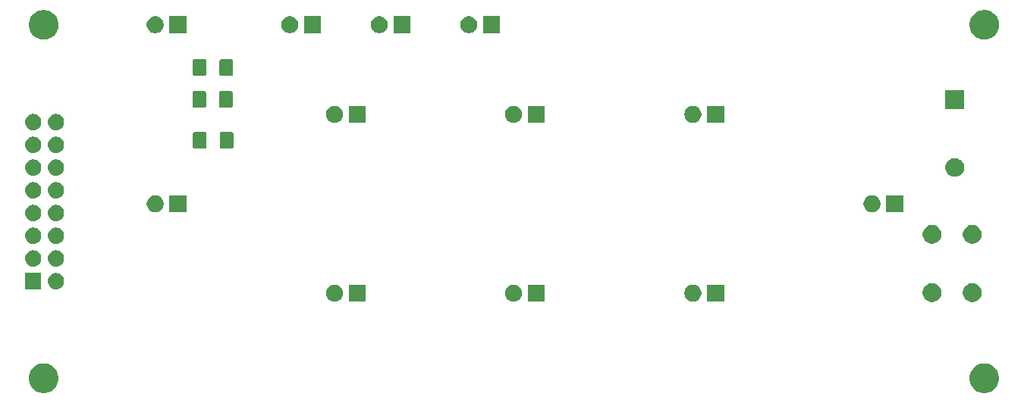
<source format=gbr>
G04 #@! TF.GenerationSoftware,KiCad,Pcbnew,(5.1.2-1)-1*
G04 #@! TF.CreationDate,2019-06-13T22:38:42+01:00*
G04 #@! TF.ProjectId,K3S_Seq_IF_Front_Panel,4b33535f-5365-4715-9f49-465f46726f6e,rev?*
G04 #@! TF.SameCoordinates,Original*
G04 #@! TF.FileFunction,Soldermask,Bot*
G04 #@! TF.FilePolarity,Negative*
%FSLAX46Y46*%
G04 Gerber Fmt 4.6, Leading zero omitted, Abs format (unit mm)*
G04 Created by KiCad (PCBNEW (5.1.2-1)-1) date 2019-06-13 22:38:42*
%MOMM*%
%LPD*%
G04 APERTURE LIST*
%ADD10C,0.100000*%
G04 APERTURE END LIST*
D10*
G36*
X190375256Y-82891298D02*
G01*
X190481579Y-82912447D01*
X190782042Y-83036903D01*
X191052451Y-83217585D01*
X191282415Y-83447549D01*
X191463097Y-83717958D01*
X191587553Y-84018421D01*
X191651000Y-84337391D01*
X191651000Y-84662609D01*
X191587553Y-84981579D01*
X191463097Y-85282042D01*
X191282415Y-85552451D01*
X191052451Y-85782415D01*
X190782042Y-85963097D01*
X190481579Y-86087553D01*
X190375256Y-86108702D01*
X190162611Y-86151000D01*
X189837389Y-86151000D01*
X189624744Y-86108702D01*
X189518421Y-86087553D01*
X189217958Y-85963097D01*
X188947549Y-85782415D01*
X188717585Y-85552451D01*
X188536903Y-85282042D01*
X188412447Y-84981579D01*
X188349000Y-84662609D01*
X188349000Y-84337391D01*
X188412447Y-84018421D01*
X188536903Y-83717958D01*
X188717585Y-83447549D01*
X188947549Y-83217585D01*
X189217958Y-83036903D01*
X189518421Y-82912447D01*
X189624744Y-82891298D01*
X189837389Y-82849000D01*
X190162611Y-82849000D01*
X190375256Y-82891298D01*
X190375256Y-82891298D01*
G37*
G36*
X85375256Y-82891298D02*
G01*
X85481579Y-82912447D01*
X85782042Y-83036903D01*
X86052451Y-83217585D01*
X86282415Y-83447549D01*
X86463097Y-83717958D01*
X86587553Y-84018421D01*
X86651000Y-84337391D01*
X86651000Y-84662609D01*
X86587553Y-84981579D01*
X86463097Y-85282042D01*
X86282415Y-85552451D01*
X86052451Y-85782415D01*
X85782042Y-85963097D01*
X85481579Y-86087553D01*
X85375256Y-86108702D01*
X85162611Y-86151000D01*
X84837389Y-86151000D01*
X84624744Y-86108702D01*
X84518421Y-86087553D01*
X84217958Y-85963097D01*
X83947549Y-85782415D01*
X83717585Y-85552451D01*
X83536903Y-85282042D01*
X83412447Y-84981579D01*
X83349000Y-84662609D01*
X83349000Y-84337391D01*
X83412447Y-84018421D01*
X83536903Y-83717958D01*
X83717585Y-83447549D01*
X83947549Y-83217585D01*
X84217958Y-83036903D01*
X84518421Y-82912447D01*
X84624744Y-82891298D01*
X84837389Y-82849000D01*
X85162611Y-82849000D01*
X85375256Y-82891298D01*
X85375256Y-82891298D01*
G37*
G36*
X184456564Y-73919389D02*
G01*
X184647833Y-73998615D01*
X184647835Y-73998616D01*
X184819973Y-74113635D01*
X184966365Y-74260027D01*
X185076023Y-74424141D01*
X185081385Y-74432167D01*
X185160611Y-74623436D01*
X185201000Y-74826484D01*
X185201000Y-75033516D01*
X185160611Y-75236564D01*
X185081385Y-75427833D01*
X185081384Y-75427835D01*
X184966365Y-75599973D01*
X184819973Y-75746365D01*
X184647835Y-75861384D01*
X184647834Y-75861385D01*
X184647833Y-75861385D01*
X184456564Y-75940611D01*
X184253516Y-75981000D01*
X184046484Y-75981000D01*
X183843436Y-75940611D01*
X183652167Y-75861385D01*
X183652166Y-75861385D01*
X183652165Y-75861384D01*
X183480027Y-75746365D01*
X183333635Y-75599973D01*
X183218616Y-75427835D01*
X183218615Y-75427833D01*
X183139389Y-75236564D01*
X183099000Y-75033516D01*
X183099000Y-74826484D01*
X183139389Y-74623436D01*
X183218615Y-74432167D01*
X183223978Y-74424141D01*
X183333635Y-74260027D01*
X183480027Y-74113635D01*
X183652165Y-73998616D01*
X183652167Y-73998615D01*
X183843436Y-73919389D01*
X184046484Y-73879000D01*
X184253516Y-73879000D01*
X184456564Y-73919389D01*
X184456564Y-73919389D01*
G37*
G36*
X188956564Y-73919389D02*
G01*
X189147833Y-73998615D01*
X189147835Y-73998616D01*
X189319973Y-74113635D01*
X189466365Y-74260027D01*
X189576023Y-74424141D01*
X189581385Y-74432167D01*
X189660611Y-74623436D01*
X189701000Y-74826484D01*
X189701000Y-75033516D01*
X189660611Y-75236564D01*
X189581385Y-75427833D01*
X189581384Y-75427835D01*
X189466365Y-75599973D01*
X189319973Y-75746365D01*
X189147835Y-75861384D01*
X189147834Y-75861385D01*
X189147833Y-75861385D01*
X188956564Y-75940611D01*
X188753516Y-75981000D01*
X188546484Y-75981000D01*
X188343436Y-75940611D01*
X188152167Y-75861385D01*
X188152166Y-75861385D01*
X188152165Y-75861384D01*
X187980027Y-75746365D01*
X187833635Y-75599973D01*
X187718616Y-75427835D01*
X187718615Y-75427833D01*
X187639389Y-75236564D01*
X187599000Y-75033516D01*
X187599000Y-74826484D01*
X187639389Y-74623436D01*
X187718615Y-74432167D01*
X187723978Y-74424141D01*
X187833635Y-74260027D01*
X187980027Y-74113635D01*
X188152165Y-73998616D01*
X188152167Y-73998615D01*
X188343436Y-73919389D01*
X188546484Y-73879000D01*
X188753516Y-73879000D01*
X188956564Y-73919389D01*
X188956564Y-73919389D01*
G37*
G36*
X120951000Y-75951000D02*
G01*
X119049000Y-75951000D01*
X119049000Y-74049000D01*
X120951000Y-74049000D01*
X120951000Y-75951000D01*
X120951000Y-75951000D01*
G37*
G36*
X117737395Y-74085546D02*
G01*
X117910466Y-74157234D01*
X117910467Y-74157235D01*
X118066227Y-74261310D01*
X118198690Y-74393773D01*
X118224344Y-74432167D01*
X118302766Y-74549534D01*
X118374454Y-74722605D01*
X118411000Y-74906333D01*
X118411000Y-75093667D01*
X118374454Y-75277395D01*
X118302766Y-75450466D01*
X118302765Y-75450467D01*
X118198690Y-75606227D01*
X118066227Y-75738690D01*
X118054740Y-75746365D01*
X117910466Y-75842766D01*
X117737395Y-75914454D01*
X117553667Y-75951000D01*
X117366333Y-75951000D01*
X117182605Y-75914454D01*
X117009534Y-75842766D01*
X116865260Y-75746365D01*
X116853773Y-75738690D01*
X116721310Y-75606227D01*
X116617235Y-75450467D01*
X116617234Y-75450466D01*
X116545546Y-75277395D01*
X116509000Y-75093667D01*
X116509000Y-74906333D01*
X116545546Y-74722605D01*
X116617234Y-74549534D01*
X116695656Y-74432167D01*
X116721310Y-74393773D01*
X116853773Y-74261310D01*
X117009533Y-74157235D01*
X117009534Y-74157234D01*
X117182605Y-74085546D01*
X117366333Y-74049000D01*
X117553667Y-74049000D01*
X117737395Y-74085546D01*
X117737395Y-74085546D01*
G37*
G36*
X157737395Y-74085546D02*
G01*
X157910466Y-74157234D01*
X157910467Y-74157235D01*
X158066227Y-74261310D01*
X158198690Y-74393773D01*
X158224344Y-74432167D01*
X158302766Y-74549534D01*
X158374454Y-74722605D01*
X158411000Y-74906333D01*
X158411000Y-75093667D01*
X158374454Y-75277395D01*
X158302766Y-75450466D01*
X158302765Y-75450467D01*
X158198690Y-75606227D01*
X158066227Y-75738690D01*
X158054740Y-75746365D01*
X157910466Y-75842766D01*
X157737395Y-75914454D01*
X157553667Y-75951000D01*
X157366333Y-75951000D01*
X157182605Y-75914454D01*
X157009534Y-75842766D01*
X156865260Y-75746365D01*
X156853773Y-75738690D01*
X156721310Y-75606227D01*
X156617235Y-75450467D01*
X156617234Y-75450466D01*
X156545546Y-75277395D01*
X156509000Y-75093667D01*
X156509000Y-74906333D01*
X156545546Y-74722605D01*
X156617234Y-74549534D01*
X156695656Y-74432167D01*
X156721310Y-74393773D01*
X156853773Y-74261310D01*
X157009533Y-74157235D01*
X157009534Y-74157234D01*
X157182605Y-74085546D01*
X157366333Y-74049000D01*
X157553667Y-74049000D01*
X157737395Y-74085546D01*
X157737395Y-74085546D01*
G37*
G36*
X160951000Y-75951000D02*
G01*
X159049000Y-75951000D01*
X159049000Y-74049000D01*
X160951000Y-74049000D01*
X160951000Y-75951000D01*
X160951000Y-75951000D01*
G37*
G36*
X140951000Y-75951000D02*
G01*
X139049000Y-75951000D01*
X139049000Y-74049000D01*
X140951000Y-74049000D01*
X140951000Y-75951000D01*
X140951000Y-75951000D01*
G37*
G36*
X137737395Y-74085546D02*
G01*
X137910466Y-74157234D01*
X137910467Y-74157235D01*
X138066227Y-74261310D01*
X138198690Y-74393773D01*
X138224344Y-74432167D01*
X138302766Y-74549534D01*
X138374454Y-74722605D01*
X138411000Y-74906333D01*
X138411000Y-75093667D01*
X138374454Y-75277395D01*
X138302766Y-75450466D01*
X138302765Y-75450467D01*
X138198690Y-75606227D01*
X138066227Y-75738690D01*
X138054740Y-75746365D01*
X137910466Y-75842766D01*
X137737395Y-75914454D01*
X137553667Y-75951000D01*
X137366333Y-75951000D01*
X137182605Y-75914454D01*
X137009534Y-75842766D01*
X136865260Y-75746365D01*
X136853773Y-75738690D01*
X136721310Y-75606227D01*
X136617235Y-75450467D01*
X136617234Y-75450466D01*
X136545546Y-75277395D01*
X136509000Y-75093667D01*
X136509000Y-74906333D01*
X136545546Y-74722605D01*
X136617234Y-74549534D01*
X136695656Y-74432167D01*
X136721310Y-74393773D01*
X136853773Y-74261310D01*
X137009533Y-74157235D01*
X137009534Y-74157234D01*
X137182605Y-74085546D01*
X137366333Y-74049000D01*
X137553667Y-74049000D01*
X137737395Y-74085546D01*
X137737395Y-74085546D01*
G37*
G36*
X86539294Y-72758633D02*
G01*
X86711695Y-72810931D01*
X86870583Y-72895858D01*
X87009849Y-73010151D01*
X87124142Y-73149417D01*
X87209069Y-73308305D01*
X87261367Y-73480706D01*
X87279025Y-73660000D01*
X87261367Y-73839294D01*
X87209069Y-74011695D01*
X87124142Y-74170583D01*
X87009849Y-74309849D01*
X86870583Y-74424142D01*
X86711695Y-74509069D01*
X86539294Y-74561367D01*
X86404931Y-74574600D01*
X86315069Y-74574600D01*
X86180706Y-74561367D01*
X86008305Y-74509069D01*
X85849417Y-74424142D01*
X85710151Y-74309849D01*
X85595858Y-74170583D01*
X85510931Y-74011695D01*
X85458633Y-73839294D01*
X85440975Y-73660000D01*
X85458633Y-73480706D01*
X85510931Y-73308305D01*
X85595858Y-73149417D01*
X85710151Y-73010151D01*
X85849417Y-72895858D01*
X86008305Y-72810931D01*
X86180706Y-72758633D01*
X86315069Y-72745400D01*
X86404931Y-72745400D01*
X86539294Y-72758633D01*
X86539294Y-72758633D01*
G37*
G36*
X84734600Y-74574600D02*
G01*
X82905400Y-74574600D01*
X82905400Y-72745400D01*
X84734600Y-72745400D01*
X84734600Y-74574600D01*
X84734600Y-74574600D01*
G37*
G36*
X83999294Y-70218633D02*
G01*
X84171695Y-70270931D01*
X84330583Y-70355858D01*
X84469849Y-70470151D01*
X84584142Y-70609417D01*
X84669069Y-70768305D01*
X84721367Y-70940706D01*
X84739025Y-71120000D01*
X84721367Y-71299294D01*
X84669069Y-71471695D01*
X84584142Y-71630583D01*
X84469849Y-71769849D01*
X84330583Y-71884142D01*
X84171695Y-71969069D01*
X83999294Y-72021367D01*
X83864931Y-72034600D01*
X83775069Y-72034600D01*
X83640706Y-72021367D01*
X83468305Y-71969069D01*
X83309417Y-71884142D01*
X83170151Y-71769849D01*
X83055858Y-71630583D01*
X82970931Y-71471695D01*
X82918633Y-71299294D01*
X82900975Y-71120000D01*
X82918633Y-70940706D01*
X82970931Y-70768305D01*
X83055858Y-70609417D01*
X83170151Y-70470151D01*
X83309417Y-70355858D01*
X83468305Y-70270931D01*
X83640706Y-70218633D01*
X83775069Y-70205400D01*
X83864931Y-70205400D01*
X83999294Y-70218633D01*
X83999294Y-70218633D01*
G37*
G36*
X86539294Y-70218633D02*
G01*
X86711695Y-70270931D01*
X86870583Y-70355858D01*
X87009849Y-70470151D01*
X87124142Y-70609417D01*
X87209069Y-70768305D01*
X87261367Y-70940706D01*
X87279025Y-71120000D01*
X87261367Y-71299294D01*
X87209069Y-71471695D01*
X87124142Y-71630583D01*
X87009849Y-71769849D01*
X86870583Y-71884142D01*
X86711695Y-71969069D01*
X86539294Y-72021367D01*
X86404931Y-72034600D01*
X86315069Y-72034600D01*
X86180706Y-72021367D01*
X86008305Y-71969069D01*
X85849417Y-71884142D01*
X85710151Y-71769849D01*
X85595858Y-71630583D01*
X85510931Y-71471695D01*
X85458633Y-71299294D01*
X85440975Y-71120000D01*
X85458633Y-70940706D01*
X85510931Y-70768305D01*
X85595858Y-70609417D01*
X85710151Y-70470151D01*
X85849417Y-70355858D01*
X86008305Y-70270931D01*
X86180706Y-70218633D01*
X86315069Y-70205400D01*
X86404931Y-70205400D01*
X86539294Y-70218633D01*
X86539294Y-70218633D01*
G37*
G36*
X83999294Y-67678633D02*
G01*
X84171695Y-67730931D01*
X84330583Y-67815858D01*
X84469849Y-67930151D01*
X84584142Y-68069417D01*
X84669069Y-68228305D01*
X84721367Y-68400706D01*
X84739025Y-68580000D01*
X84721367Y-68759294D01*
X84669069Y-68931695D01*
X84584142Y-69090583D01*
X84469849Y-69229849D01*
X84330583Y-69344142D01*
X84171695Y-69429069D01*
X83999294Y-69481367D01*
X83864931Y-69494600D01*
X83775069Y-69494600D01*
X83640706Y-69481367D01*
X83468305Y-69429069D01*
X83309417Y-69344142D01*
X83170151Y-69229849D01*
X83055858Y-69090583D01*
X82970931Y-68931695D01*
X82918633Y-68759294D01*
X82900975Y-68580000D01*
X82918633Y-68400706D01*
X82970931Y-68228305D01*
X83055858Y-68069417D01*
X83170151Y-67930151D01*
X83309417Y-67815858D01*
X83468305Y-67730931D01*
X83640706Y-67678633D01*
X83775069Y-67665400D01*
X83864931Y-67665400D01*
X83999294Y-67678633D01*
X83999294Y-67678633D01*
G37*
G36*
X86539294Y-67678633D02*
G01*
X86711695Y-67730931D01*
X86870583Y-67815858D01*
X87009849Y-67930151D01*
X87124142Y-68069417D01*
X87209069Y-68228305D01*
X87261367Y-68400706D01*
X87279025Y-68580000D01*
X87261367Y-68759294D01*
X87209069Y-68931695D01*
X87124142Y-69090583D01*
X87009849Y-69229849D01*
X86870583Y-69344142D01*
X86711695Y-69429069D01*
X86539294Y-69481367D01*
X86404931Y-69494600D01*
X86315069Y-69494600D01*
X86180706Y-69481367D01*
X86008305Y-69429069D01*
X85849417Y-69344142D01*
X85710151Y-69229849D01*
X85595858Y-69090583D01*
X85510931Y-68931695D01*
X85458633Y-68759294D01*
X85440975Y-68580000D01*
X85458633Y-68400706D01*
X85510931Y-68228305D01*
X85595858Y-68069417D01*
X85710151Y-67930151D01*
X85849417Y-67815858D01*
X86008305Y-67730931D01*
X86180706Y-67678633D01*
X86315069Y-67665400D01*
X86404931Y-67665400D01*
X86539294Y-67678633D01*
X86539294Y-67678633D01*
G37*
G36*
X184456564Y-67419389D02*
G01*
X184647833Y-67498615D01*
X184647835Y-67498616D01*
X184819973Y-67613635D01*
X184966365Y-67760027D01*
X185081385Y-67932167D01*
X185160611Y-68123436D01*
X185201000Y-68326484D01*
X185201000Y-68533516D01*
X185160611Y-68736564D01*
X185081385Y-68927833D01*
X185081384Y-68927835D01*
X184966365Y-69099973D01*
X184819973Y-69246365D01*
X184647835Y-69361384D01*
X184647834Y-69361385D01*
X184647833Y-69361385D01*
X184456564Y-69440611D01*
X184253516Y-69481000D01*
X184046484Y-69481000D01*
X183843436Y-69440611D01*
X183652167Y-69361385D01*
X183652166Y-69361385D01*
X183652165Y-69361384D01*
X183480027Y-69246365D01*
X183333635Y-69099973D01*
X183218616Y-68927835D01*
X183218615Y-68927833D01*
X183139389Y-68736564D01*
X183099000Y-68533516D01*
X183099000Y-68326484D01*
X183139389Y-68123436D01*
X183218615Y-67932167D01*
X183333635Y-67760027D01*
X183480027Y-67613635D01*
X183652165Y-67498616D01*
X183652167Y-67498615D01*
X183843436Y-67419389D01*
X184046484Y-67379000D01*
X184253516Y-67379000D01*
X184456564Y-67419389D01*
X184456564Y-67419389D01*
G37*
G36*
X188956564Y-67419389D02*
G01*
X189147833Y-67498615D01*
X189147835Y-67498616D01*
X189319973Y-67613635D01*
X189466365Y-67760027D01*
X189581385Y-67932167D01*
X189660611Y-68123436D01*
X189701000Y-68326484D01*
X189701000Y-68533516D01*
X189660611Y-68736564D01*
X189581385Y-68927833D01*
X189581384Y-68927835D01*
X189466365Y-69099973D01*
X189319973Y-69246365D01*
X189147835Y-69361384D01*
X189147834Y-69361385D01*
X189147833Y-69361385D01*
X188956564Y-69440611D01*
X188753516Y-69481000D01*
X188546484Y-69481000D01*
X188343436Y-69440611D01*
X188152167Y-69361385D01*
X188152166Y-69361385D01*
X188152165Y-69361384D01*
X187980027Y-69246365D01*
X187833635Y-69099973D01*
X187718616Y-68927835D01*
X187718615Y-68927833D01*
X187639389Y-68736564D01*
X187599000Y-68533516D01*
X187599000Y-68326484D01*
X187639389Y-68123436D01*
X187718615Y-67932167D01*
X187833635Y-67760027D01*
X187980027Y-67613635D01*
X188152165Y-67498616D01*
X188152167Y-67498615D01*
X188343436Y-67419389D01*
X188546484Y-67379000D01*
X188753516Y-67379000D01*
X188956564Y-67419389D01*
X188956564Y-67419389D01*
G37*
G36*
X83999294Y-65138633D02*
G01*
X84171695Y-65190931D01*
X84330583Y-65275858D01*
X84469849Y-65390151D01*
X84584142Y-65529417D01*
X84669069Y-65688305D01*
X84721367Y-65860706D01*
X84739025Y-66040000D01*
X84721367Y-66219294D01*
X84669069Y-66391695D01*
X84584142Y-66550583D01*
X84469849Y-66689849D01*
X84330583Y-66804142D01*
X84171695Y-66889069D01*
X83999294Y-66941367D01*
X83864931Y-66954600D01*
X83775069Y-66954600D01*
X83640706Y-66941367D01*
X83468305Y-66889069D01*
X83309417Y-66804142D01*
X83170151Y-66689849D01*
X83055858Y-66550583D01*
X82970931Y-66391695D01*
X82918633Y-66219294D01*
X82900975Y-66040000D01*
X82918633Y-65860706D01*
X82970931Y-65688305D01*
X83055858Y-65529417D01*
X83170151Y-65390151D01*
X83309417Y-65275858D01*
X83468305Y-65190931D01*
X83640706Y-65138633D01*
X83775069Y-65125400D01*
X83864931Y-65125400D01*
X83999294Y-65138633D01*
X83999294Y-65138633D01*
G37*
G36*
X86539294Y-65138633D02*
G01*
X86711695Y-65190931D01*
X86870583Y-65275858D01*
X87009849Y-65390151D01*
X87124142Y-65529417D01*
X87209069Y-65688305D01*
X87261367Y-65860706D01*
X87279025Y-66040000D01*
X87261367Y-66219294D01*
X87209069Y-66391695D01*
X87124142Y-66550583D01*
X87009849Y-66689849D01*
X86870583Y-66804142D01*
X86711695Y-66889069D01*
X86539294Y-66941367D01*
X86404931Y-66954600D01*
X86315069Y-66954600D01*
X86180706Y-66941367D01*
X86008305Y-66889069D01*
X85849417Y-66804142D01*
X85710151Y-66689849D01*
X85595858Y-66550583D01*
X85510931Y-66391695D01*
X85458633Y-66219294D01*
X85440975Y-66040000D01*
X85458633Y-65860706D01*
X85510931Y-65688305D01*
X85595858Y-65529417D01*
X85710151Y-65390151D01*
X85849417Y-65275858D01*
X86008305Y-65190931D01*
X86180706Y-65138633D01*
X86315069Y-65125400D01*
X86404931Y-65125400D01*
X86539294Y-65138633D01*
X86539294Y-65138633D01*
G37*
G36*
X97737395Y-64085546D02*
G01*
X97910466Y-64157234D01*
X97910467Y-64157235D01*
X98066227Y-64261310D01*
X98198690Y-64393773D01*
X98198691Y-64393775D01*
X98302766Y-64549534D01*
X98374454Y-64722605D01*
X98411000Y-64906333D01*
X98411000Y-65093667D01*
X98374454Y-65277395D01*
X98302766Y-65450466D01*
X98302765Y-65450467D01*
X98198690Y-65606227D01*
X98066227Y-65738690D01*
X97987818Y-65791081D01*
X97910466Y-65842766D01*
X97737395Y-65914454D01*
X97553667Y-65951000D01*
X97366333Y-65951000D01*
X97182605Y-65914454D01*
X97009534Y-65842766D01*
X96932182Y-65791081D01*
X96853773Y-65738690D01*
X96721310Y-65606227D01*
X96617235Y-65450467D01*
X96617234Y-65450466D01*
X96545546Y-65277395D01*
X96509000Y-65093667D01*
X96509000Y-64906333D01*
X96545546Y-64722605D01*
X96617234Y-64549534D01*
X96721309Y-64393775D01*
X96721310Y-64393773D01*
X96853773Y-64261310D01*
X97009533Y-64157235D01*
X97009534Y-64157234D01*
X97182605Y-64085546D01*
X97366333Y-64049000D01*
X97553667Y-64049000D01*
X97737395Y-64085546D01*
X97737395Y-64085546D01*
G37*
G36*
X100951000Y-65951000D02*
G01*
X99049000Y-65951000D01*
X99049000Y-64049000D01*
X100951000Y-64049000D01*
X100951000Y-65951000D01*
X100951000Y-65951000D01*
G37*
G36*
X177737395Y-64085546D02*
G01*
X177910466Y-64157234D01*
X177910467Y-64157235D01*
X178066227Y-64261310D01*
X178198690Y-64393773D01*
X178198691Y-64393775D01*
X178302766Y-64549534D01*
X178374454Y-64722605D01*
X178411000Y-64906333D01*
X178411000Y-65093667D01*
X178374454Y-65277395D01*
X178302766Y-65450466D01*
X178302765Y-65450467D01*
X178198690Y-65606227D01*
X178066227Y-65738690D01*
X177987818Y-65791081D01*
X177910466Y-65842766D01*
X177737395Y-65914454D01*
X177553667Y-65951000D01*
X177366333Y-65951000D01*
X177182605Y-65914454D01*
X177009534Y-65842766D01*
X176932182Y-65791081D01*
X176853773Y-65738690D01*
X176721310Y-65606227D01*
X176617235Y-65450467D01*
X176617234Y-65450466D01*
X176545546Y-65277395D01*
X176509000Y-65093667D01*
X176509000Y-64906333D01*
X176545546Y-64722605D01*
X176617234Y-64549534D01*
X176721309Y-64393775D01*
X176721310Y-64393773D01*
X176853773Y-64261310D01*
X177009533Y-64157235D01*
X177009534Y-64157234D01*
X177182605Y-64085546D01*
X177366333Y-64049000D01*
X177553667Y-64049000D01*
X177737395Y-64085546D01*
X177737395Y-64085546D01*
G37*
G36*
X180951000Y-65951000D02*
G01*
X179049000Y-65951000D01*
X179049000Y-64049000D01*
X180951000Y-64049000D01*
X180951000Y-65951000D01*
X180951000Y-65951000D01*
G37*
G36*
X83999294Y-62598633D02*
G01*
X84171695Y-62650931D01*
X84330583Y-62735858D01*
X84469849Y-62850151D01*
X84584142Y-62989417D01*
X84669069Y-63148305D01*
X84721367Y-63320706D01*
X84739025Y-63500000D01*
X84721367Y-63679294D01*
X84669069Y-63851695D01*
X84584142Y-64010583D01*
X84469849Y-64149849D01*
X84330583Y-64264142D01*
X84171695Y-64349069D01*
X83999294Y-64401367D01*
X83864931Y-64414600D01*
X83775069Y-64414600D01*
X83640706Y-64401367D01*
X83468305Y-64349069D01*
X83309417Y-64264142D01*
X83170151Y-64149849D01*
X83055858Y-64010583D01*
X82970931Y-63851695D01*
X82918633Y-63679294D01*
X82900975Y-63500000D01*
X82918633Y-63320706D01*
X82970931Y-63148305D01*
X83055858Y-62989417D01*
X83170151Y-62850151D01*
X83309417Y-62735858D01*
X83468305Y-62650931D01*
X83640706Y-62598633D01*
X83775069Y-62585400D01*
X83864931Y-62585400D01*
X83999294Y-62598633D01*
X83999294Y-62598633D01*
G37*
G36*
X86539294Y-62598633D02*
G01*
X86711695Y-62650931D01*
X86870583Y-62735858D01*
X87009849Y-62850151D01*
X87124142Y-62989417D01*
X87209069Y-63148305D01*
X87261367Y-63320706D01*
X87279025Y-63500000D01*
X87261367Y-63679294D01*
X87209069Y-63851695D01*
X87124142Y-64010583D01*
X87009849Y-64149849D01*
X86870583Y-64264142D01*
X86711695Y-64349069D01*
X86539294Y-64401367D01*
X86404931Y-64414600D01*
X86315069Y-64414600D01*
X86180706Y-64401367D01*
X86008305Y-64349069D01*
X85849417Y-64264142D01*
X85710151Y-64149849D01*
X85595858Y-64010583D01*
X85510931Y-63851695D01*
X85458633Y-63679294D01*
X85440975Y-63500000D01*
X85458633Y-63320706D01*
X85510931Y-63148305D01*
X85595858Y-62989417D01*
X85710151Y-62850151D01*
X85849417Y-62735858D01*
X86008305Y-62650931D01*
X86180706Y-62598633D01*
X86315069Y-62585400D01*
X86404931Y-62585400D01*
X86539294Y-62598633D01*
X86539294Y-62598633D01*
G37*
G36*
X186996564Y-59929389D02*
G01*
X187187833Y-60008615D01*
X187187835Y-60008616D01*
X187262692Y-60058634D01*
X187359973Y-60123635D01*
X187506365Y-60270027D01*
X187621385Y-60442167D01*
X187700611Y-60633436D01*
X187741000Y-60836484D01*
X187741000Y-61043516D01*
X187700611Y-61246564D01*
X187621385Y-61437833D01*
X187621384Y-61437835D01*
X187506365Y-61609973D01*
X187359973Y-61756365D01*
X187187835Y-61871384D01*
X187187834Y-61871385D01*
X187187833Y-61871385D01*
X186996564Y-61950611D01*
X186793516Y-61991000D01*
X186586484Y-61991000D01*
X186383436Y-61950611D01*
X186192167Y-61871385D01*
X186192166Y-61871385D01*
X186192165Y-61871384D01*
X186020027Y-61756365D01*
X185873635Y-61609973D01*
X185758616Y-61437835D01*
X185758615Y-61437833D01*
X185679389Y-61246564D01*
X185639000Y-61043516D01*
X185639000Y-60836484D01*
X185679389Y-60633436D01*
X185758615Y-60442167D01*
X185873635Y-60270027D01*
X186020027Y-60123635D01*
X186117308Y-60058634D01*
X186192165Y-60008616D01*
X186192167Y-60008615D01*
X186383436Y-59929389D01*
X186586484Y-59889000D01*
X186793516Y-59889000D01*
X186996564Y-59929389D01*
X186996564Y-59929389D01*
G37*
G36*
X86539294Y-60058633D02*
G01*
X86711695Y-60110931D01*
X86870583Y-60195858D01*
X87009849Y-60310151D01*
X87124142Y-60449417D01*
X87209069Y-60608305D01*
X87261367Y-60780706D01*
X87279025Y-60960000D01*
X87261367Y-61139294D01*
X87209069Y-61311695D01*
X87124142Y-61470583D01*
X87009849Y-61609849D01*
X86870583Y-61724142D01*
X86711695Y-61809069D01*
X86539294Y-61861367D01*
X86404931Y-61874600D01*
X86315069Y-61874600D01*
X86180706Y-61861367D01*
X86008305Y-61809069D01*
X85849417Y-61724142D01*
X85710151Y-61609849D01*
X85595858Y-61470583D01*
X85510931Y-61311695D01*
X85458633Y-61139294D01*
X85440975Y-60960000D01*
X85458633Y-60780706D01*
X85510931Y-60608305D01*
X85595858Y-60449417D01*
X85710151Y-60310151D01*
X85849417Y-60195858D01*
X86008305Y-60110931D01*
X86180706Y-60058633D01*
X86315069Y-60045400D01*
X86404931Y-60045400D01*
X86539294Y-60058633D01*
X86539294Y-60058633D01*
G37*
G36*
X83999294Y-60058633D02*
G01*
X84171695Y-60110931D01*
X84330583Y-60195858D01*
X84469849Y-60310151D01*
X84584142Y-60449417D01*
X84669069Y-60608305D01*
X84721367Y-60780706D01*
X84739025Y-60960000D01*
X84721367Y-61139294D01*
X84669069Y-61311695D01*
X84584142Y-61470583D01*
X84469849Y-61609849D01*
X84330583Y-61724142D01*
X84171695Y-61809069D01*
X83999294Y-61861367D01*
X83864931Y-61874600D01*
X83775069Y-61874600D01*
X83640706Y-61861367D01*
X83468305Y-61809069D01*
X83309417Y-61724142D01*
X83170151Y-61609849D01*
X83055858Y-61470583D01*
X82970931Y-61311695D01*
X82918633Y-61139294D01*
X82900975Y-60960000D01*
X82918633Y-60780706D01*
X82970931Y-60608305D01*
X83055858Y-60449417D01*
X83170151Y-60310151D01*
X83309417Y-60195858D01*
X83468305Y-60110931D01*
X83640706Y-60058633D01*
X83775069Y-60045400D01*
X83864931Y-60045400D01*
X83999294Y-60058633D01*
X83999294Y-60058633D01*
G37*
G36*
X83999294Y-57518633D02*
G01*
X84171695Y-57570931D01*
X84330583Y-57655858D01*
X84469849Y-57770151D01*
X84584142Y-57909417D01*
X84669069Y-58068305D01*
X84721367Y-58240706D01*
X84739025Y-58420000D01*
X84721367Y-58599294D01*
X84669069Y-58771695D01*
X84584142Y-58930583D01*
X84469849Y-59069849D01*
X84330583Y-59184142D01*
X84171695Y-59269069D01*
X83999294Y-59321367D01*
X83864931Y-59334600D01*
X83775069Y-59334600D01*
X83640706Y-59321367D01*
X83468305Y-59269069D01*
X83309417Y-59184142D01*
X83170151Y-59069849D01*
X83055858Y-58930583D01*
X82970931Y-58771695D01*
X82918633Y-58599294D01*
X82900975Y-58420000D01*
X82918633Y-58240706D01*
X82970931Y-58068305D01*
X83055858Y-57909417D01*
X83170151Y-57770151D01*
X83309417Y-57655858D01*
X83468305Y-57570931D01*
X83640706Y-57518633D01*
X83775069Y-57505400D01*
X83864931Y-57505400D01*
X83999294Y-57518633D01*
X83999294Y-57518633D01*
G37*
G36*
X86539294Y-57518633D02*
G01*
X86711695Y-57570931D01*
X86870583Y-57655858D01*
X87009849Y-57770151D01*
X87124142Y-57909417D01*
X87209069Y-58068305D01*
X87261367Y-58240706D01*
X87279025Y-58420000D01*
X87261367Y-58599294D01*
X87209069Y-58771695D01*
X87124142Y-58930583D01*
X87009849Y-59069849D01*
X86870583Y-59184142D01*
X86711695Y-59269069D01*
X86539294Y-59321367D01*
X86404931Y-59334600D01*
X86315069Y-59334600D01*
X86180706Y-59321367D01*
X86008305Y-59269069D01*
X85849417Y-59184142D01*
X85710151Y-59069849D01*
X85595858Y-58930583D01*
X85510931Y-58771695D01*
X85458633Y-58599294D01*
X85440975Y-58420000D01*
X85458633Y-58240706D01*
X85510931Y-58068305D01*
X85595858Y-57909417D01*
X85710151Y-57770151D01*
X85849417Y-57655858D01*
X86008305Y-57570931D01*
X86180706Y-57518633D01*
X86315069Y-57505400D01*
X86404931Y-57505400D01*
X86539294Y-57518633D01*
X86539294Y-57518633D01*
G37*
G36*
X103048062Y-56990181D02*
G01*
X103082981Y-57000774D01*
X103115163Y-57017976D01*
X103143373Y-57041127D01*
X103166524Y-57069337D01*
X103183726Y-57101519D01*
X103194319Y-57136438D01*
X103198500Y-57178895D01*
X103198500Y-58645105D01*
X103194319Y-58687562D01*
X103183726Y-58722481D01*
X103166524Y-58754663D01*
X103143373Y-58782873D01*
X103115163Y-58806024D01*
X103082981Y-58823226D01*
X103048062Y-58833819D01*
X103005605Y-58838000D01*
X101864395Y-58838000D01*
X101821938Y-58833819D01*
X101787019Y-58823226D01*
X101754837Y-58806024D01*
X101726627Y-58782873D01*
X101703476Y-58754663D01*
X101686274Y-58722481D01*
X101675681Y-58687562D01*
X101671500Y-58645105D01*
X101671500Y-57178895D01*
X101675681Y-57136438D01*
X101686274Y-57101519D01*
X101703476Y-57069337D01*
X101726627Y-57041127D01*
X101754837Y-57017976D01*
X101787019Y-57000774D01*
X101821938Y-56990181D01*
X101864395Y-56986000D01*
X103005605Y-56986000D01*
X103048062Y-56990181D01*
X103048062Y-56990181D01*
G37*
G36*
X106023062Y-56990181D02*
G01*
X106057981Y-57000774D01*
X106090163Y-57017976D01*
X106118373Y-57041127D01*
X106141524Y-57069337D01*
X106158726Y-57101519D01*
X106169319Y-57136438D01*
X106173500Y-57178895D01*
X106173500Y-58645105D01*
X106169319Y-58687562D01*
X106158726Y-58722481D01*
X106141524Y-58754663D01*
X106118373Y-58782873D01*
X106090163Y-58806024D01*
X106057981Y-58823226D01*
X106023062Y-58833819D01*
X105980605Y-58838000D01*
X104839395Y-58838000D01*
X104796938Y-58833819D01*
X104762019Y-58823226D01*
X104729837Y-58806024D01*
X104701627Y-58782873D01*
X104678476Y-58754663D01*
X104661274Y-58722481D01*
X104650681Y-58687562D01*
X104646500Y-58645105D01*
X104646500Y-57178895D01*
X104650681Y-57136438D01*
X104661274Y-57101519D01*
X104678476Y-57069337D01*
X104701627Y-57041127D01*
X104729837Y-57017976D01*
X104762019Y-57000774D01*
X104796938Y-56990181D01*
X104839395Y-56986000D01*
X105980605Y-56986000D01*
X106023062Y-56990181D01*
X106023062Y-56990181D01*
G37*
G36*
X86539294Y-54978633D02*
G01*
X86711695Y-55030931D01*
X86870583Y-55115858D01*
X87009849Y-55230151D01*
X87124142Y-55369417D01*
X87209069Y-55528305D01*
X87261367Y-55700706D01*
X87279025Y-55880000D01*
X87261367Y-56059294D01*
X87209069Y-56231695D01*
X87124142Y-56390583D01*
X87009849Y-56529849D01*
X86870583Y-56644142D01*
X86711695Y-56729069D01*
X86539294Y-56781367D01*
X86404931Y-56794600D01*
X86315069Y-56794600D01*
X86180706Y-56781367D01*
X86008305Y-56729069D01*
X85849417Y-56644142D01*
X85710151Y-56529849D01*
X85595858Y-56390583D01*
X85510931Y-56231695D01*
X85458633Y-56059294D01*
X85440975Y-55880000D01*
X85458633Y-55700706D01*
X85510931Y-55528305D01*
X85595858Y-55369417D01*
X85710151Y-55230151D01*
X85849417Y-55115858D01*
X86008305Y-55030931D01*
X86180706Y-54978633D01*
X86315069Y-54965400D01*
X86404931Y-54965400D01*
X86539294Y-54978633D01*
X86539294Y-54978633D01*
G37*
G36*
X83999294Y-54978633D02*
G01*
X84171695Y-55030931D01*
X84330583Y-55115858D01*
X84469849Y-55230151D01*
X84584142Y-55369417D01*
X84669069Y-55528305D01*
X84721367Y-55700706D01*
X84739025Y-55880000D01*
X84721367Y-56059294D01*
X84669069Y-56231695D01*
X84584142Y-56390583D01*
X84469849Y-56529849D01*
X84330583Y-56644142D01*
X84171695Y-56729069D01*
X83999294Y-56781367D01*
X83864931Y-56794600D01*
X83775069Y-56794600D01*
X83640706Y-56781367D01*
X83468305Y-56729069D01*
X83309417Y-56644142D01*
X83170151Y-56529849D01*
X83055858Y-56390583D01*
X82970931Y-56231695D01*
X82918633Y-56059294D01*
X82900975Y-55880000D01*
X82918633Y-55700706D01*
X82970931Y-55528305D01*
X83055858Y-55369417D01*
X83170151Y-55230151D01*
X83309417Y-55115858D01*
X83468305Y-55030931D01*
X83640706Y-54978633D01*
X83775069Y-54965400D01*
X83864931Y-54965400D01*
X83999294Y-54978633D01*
X83999294Y-54978633D01*
G37*
G36*
X120951000Y-55951000D02*
G01*
X119049000Y-55951000D01*
X119049000Y-54049000D01*
X120951000Y-54049000D01*
X120951000Y-55951000D01*
X120951000Y-55951000D01*
G37*
G36*
X117737395Y-54085546D02*
G01*
X117910466Y-54157234D01*
X117987818Y-54208919D01*
X118066227Y-54261310D01*
X118198690Y-54393773D01*
X118198691Y-54393775D01*
X118302766Y-54549534D01*
X118374454Y-54722605D01*
X118411000Y-54906333D01*
X118411000Y-55093667D01*
X118374454Y-55277395D01*
X118302766Y-55450466D01*
X118302765Y-55450467D01*
X118198690Y-55606227D01*
X118066227Y-55738690D01*
X117987818Y-55791081D01*
X117910466Y-55842766D01*
X117737395Y-55914454D01*
X117553667Y-55951000D01*
X117366333Y-55951000D01*
X117182605Y-55914454D01*
X117009534Y-55842766D01*
X116932182Y-55791081D01*
X116853773Y-55738690D01*
X116721310Y-55606227D01*
X116617235Y-55450467D01*
X116617234Y-55450466D01*
X116545546Y-55277395D01*
X116509000Y-55093667D01*
X116509000Y-54906333D01*
X116545546Y-54722605D01*
X116617234Y-54549534D01*
X116721309Y-54393775D01*
X116721310Y-54393773D01*
X116853773Y-54261310D01*
X116932182Y-54208919D01*
X117009534Y-54157234D01*
X117182605Y-54085546D01*
X117366333Y-54049000D01*
X117553667Y-54049000D01*
X117737395Y-54085546D01*
X117737395Y-54085546D01*
G37*
G36*
X137737395Y-54085546D02*
G01*
X137910466Y-54157234D01*
X137987818Y-54208919D01*
X138066227Y-54261310D01*
X138198690Y-54393773D01*
X138198691Y-54393775D01*
X138302766Y-54549534D01*
X138374454Y-54722605D01*
X138411000Y-54906333D01*
X138411000Y-55093667D01*
X138374454Y-55277395D01*
X138302766Y-55450466D01*
X138302765Y-55450467D01*
X138198690Y-55606227D01*
X138066227Y-55738690D01*
X137987818Y-55791081D01*
X137910466Y-55842766D01*
X137737395Y-55914454D01*
X137553667Y-55951000D01*
X137366333Y-55951000D01*
X137182605Y-55914454D01*
X137009534Y-55842766D01*
X136932182Y-55791081D01*
X136853773Y-55738690D01*
X136721310Y-55606227D01*
X136617235Y-55450467D01*
X136617234Y-55450466D01*
X136545546Y-55277395D01*
X136509000Y-55093667D01*
X136509000Y-54906333D01*
X136545546Y-54722605D01*
X136617234Y-54549534D01*
X136721309Y-54393775D01*
X136721310Y-54393773D01*
X136853773Y-54261310D01*
X136932182Y-54208919D01*
X137009534Y-54157234D01*
X137182605Y-54085546D01*
X137366333Y-54049000D01*
X137553667Y-54049000D01*
X137737395Y-54085546D01*
X137737395Y-54085546D01*
G37*
G36*
X140951000Y-55951000D02*
G01*
X139049000Y-55951000D01*
X139049000Y-54049000D01*
X140951000Y-54049000D01*
X140951000Y-55951000D01*
X140951000Y-55951000D01*
G37*
G36*
X160951000Y-55951000D02*
G01*
X159049000Y-55951000D01*
X159049000Y-54049000D01*
X160951000Y-54049000D01*
X160951000Y-55951000D01*
X160951000Y-55951000D01*
G37*
G36*
X157737395Y-54085546D02*
G01*
X157910466Y-54157234D01*
X157987818Y-54208919D01*
X158066227Y-54261310D01*
X158198690Y-54393773D01*
X158198691Y-54393775D01*
X158302766Y-54549534D01*
X158374454Y-54722605D01*
X158411000Y-54906333D01*
X158411000Y-55093667D01*
X158374454Y-55277395D01*
X158302766Y-55450466D01*
X158302765Y-55450467D01*
X158198690Y-55606227D01*
X158066227Y-55738690D01*
X157987818Y-55791081D01*
X157910466Y-55842766D01*
X157737395Y-55914454D01*
X157553667Y-55951000D01*
X157366333Y-55951000D01*
X157182605Y-55914454D01*
X157009534Y-55842766D01*
X156932182Y-55791081D01*
X156853773Y-55738690D01*
X156721310Y-55606227D01*
X156617235Y-55450467D01*
X156617234Y-55450466D01*
X156545546Y-55277395D01*
X156509000Y-55093667D01*
X156509000Y-54906333D01*
X156545546Y-54722605D01*
X156617234Y-54549534D01*
X156721309Y-54393775D01*
X156721310Y-54393773D01*
X156853773Y-54261310D01*
X156932182Y-54208919D01*
X157009534Y-54157234D01*
X157182605Y-54085546D01*
X157366333Y-54049000D01*
X157553667Y-54049000D01*
X157737395Y-54085546D01*
X157737395Y-54085546D01*
G37*
G36*
X187741000Y-54391000D02*
G01*
X185639000Y-54391000D01*
X185639000Y-52289000D01*
X187741000Y-52289000D01*
X187741000Y-54391000D01*
X187741000Y-54391000D01*
G37*
G36*
X105950062Y-52418181D02*
G01*
X105984981Y-52428774D01*
X106017163Y-52445976D01*
X106045373Y-52469127D01*
X106068524Y-52497337D01*
X106085726Y-52529519D01*
X106096319Y-52564438D01*
X106100500Y-52606895D01*
X106100500Y-54073105D01*
X106096319Y-54115562D01*
X106085726Y-54150481D01*
X106068524Y-54182663D01*
X106045373Y-54210873D01*
X106017163Y-54234024D01*
X105984981Y-54251226D01*
X105950062Y-54261819D01*
X105907605Y-54266000D01*
X104766395Y-54266000D01*
X104723938Y-54261819D01*
X104689019Y-54251226D01*
X104656837Y-54234024D01*
X104628627Y-54210873D01*
X104605476Y-54182663D01*
X104588274Y-54150481D01*
X104577681Y-54115562D01*
X104573500Y-54073105D01*
X104573500Y-52606895D01*
X104577681Y-52564438D01*
X104588274Y-52529519D01*
X104605476Y-52497337D01*
X104628627Y-52469127D01*
X104656837Y-52445976D01*
X104689019Y-52428774D01*
X104723938Y-52418181D01*
X104766395Y-52414000D01*
X105907605Y-52414000D01*
X105950062Y-52418181D01*
X105950062Y-52418181D01*
G37*
G36*
X102975062Y-52418181D02*
G01*
X103009981Y-52428774D01*
X103042163Y-52445976D01*
X103070373Y-52469127D01*
X103093524Y-52497337D01*
X103110726Y-52529519D01*
X103121319Y-52564438D01*
X103125500Y-52606895D01*
X103125500Y-54073105D01*
X103121319Y-54115562D01*
X103110726Y-54150481D01*
X103093524Y-54182663D01*
X103070373Y-54210873D01*
X103042163Y-54234024D01*
X103009981Y-54251226D01*
X102975062Y-54261819D01*
X102932605Y-54266000D01*
X101791395Y-54266000D01*
X101748938Y-54261819D01*
X101714019Y-54251226D01*
X101681837Y-54234024D01*
X101653627Y-54210873D01*
X101630476Y-54182663D01*
X101613274Y-54150481D01*
X101602681Y-54115562D01*
X101598500Y-54073105D01*
X101598500Y-52606895D01*
X101602681Y-52564438D01*
X101613274Y-52529519D01*
X101630476Y-52497337D01*
X101653627Y-52469127D01*
X101681837Y-52445976D01*
X101714019Y-52428774D01*
X101748938Y-52418181D01*
X101791395Y-52414000D01*
X102932605Y-52414000D01*
X102975062Y-52418181D01*
X102975062Y-52418181D01*
G37*
G36*
X103011562Y-48862181D02*
G01*
X103046481Y-48872774D01*
X103078663Y-48889976D01*
X103106873Y-48913127D01*
X103130024Y-48941337D01*
X103147226Y-48973519D01*
X103157819Y-49008438D01*
X103162000Y-49050895D01*
X103162000Y-50517105D01*
X103157819Y-50559562D01*
X103147226Y-50594481D01*
X103130024Y-50626663D01*
X103106873Y-50654873D01*
X103078663Y-50678024D01*
X103046481Y-50695226D01*
X103011562Y-50705819D01*
X102969105Y-50710000D01*
X101827895Y-50710000D01*
X101785438Y-50705819D01*
X101750519Y-50695226D01*
X101718337Y-50678024D01*
X101690127Y-50654873D01*
X101666976Y-50626663D01*
X101649774Y-50594481D01*
X101639181Y-50559562D01*
X101635000Y-50517105D01*
X101635000Y-49050895D01*
X101639181Y-49008438D01*
X101649774Y-48973519D01*
X101666976Y-48941337D01*
X101690127Y-48913127D01*
X101718337Y-48889976D01*
X101750519Y-48872774D01*
X101785438Y-48862181D01*
X101827895Y-48858000D01*
X102969105Y-48858000D01*
X103011562Y-48862181D01*
X103011562Y-48862181D01*
G37*
G36*
X105986562Y-48862181D02*
G01*
X106021481Y-48872774D01*
X106053663Y-48889976D01*
X106081873Y-48913127D01*
X106105024Y-48941337D01*
X106122226Y-48973519D01*
X106132819Y-49008438D01*
X106137000Y-49050895D01*
X106137000Y-50517105D01*
X106132819Y-50559562D01*
X106122226Y-50594481D01*
X106105024Y-50626663D01*
X106081873Y-50654873D01*
X106053663Y-50678024D01*
X106021481Y-50695226D01*
X105986562Y-50705819D01*
X105944105Y-50710000D01*
X104802895Y-50710000D01*
X104760438Y-50705819D01*
X104725519Y-50695226D01*
X104693337Y-50678024D01*
X104665127Y-50654873D01*
X104641976Y-50626663D01*
X104624774Y-50594481D01*
X104614181Y-50559562D01*
X104610000Y-50517105D01*
X104610000Y-49050895D01*
X104614181Y-49008438D01*
X104624774Y-48973519D01*
X104641976Y-48941337D01*
X104665127Y-48913127D01*
X104693337Y-48889976D01*
X104725519Y-48872774D01*
X104760438Y-48862181D01*
X104802895Y-48858000D01*
X105944105Y-48858000D01*
X105986562Y-48862181D01*
X105986562Y-48862181D01*
G37*
G36*
X190375256Y-43391298D02*
G01*
X190481579Y-43412447D01*
X190782042Y-43536903D01*
X191052451Y-43717585D01*
X191282415Y-43947549D01*
X191463097Y-44217958D01*
X191587553Y-44518421D01*
X191593742Y-44549534D01*
X191651000Y-44837389D01*
X191651000Y-45162611D01*
X191608702Y-45375256D01*
X191587553Y-45481579D01*
X191463097Y-45782042D01*
X191282415Y-46052451D01*
X191052451Y-46282415D01*
X190782042Y-46463097D01*
X190481579Y-46587553D01*
X190375256Y-46608702D01*
X190162611Y-46651000D01*
X189837389Y-46651000D01*
X189624744Y-46608702D01*
X189518421Y-46587553D01*
X189217958Y-46463097D01*
X188947549Y-46282415D01*
X188717585Y-46052451D01*
X188536903Y-45782042D01*
X188412447Y-45481579D01*
X188391298Y-45375256D01*
X188349000Y-45162611D01*
X188349000Y-44837389D01*
X188406258Y-44549534D01*
X188412447Y-44518421D01*
X188536903Y-44217958D01*
X188717585Y-43947549D01*
X188947549Y-43717585D01*
X189217958Y-43536903D01*
X189518421Y-43412447D01*
X189624744Y-43391298D01*
X189837389Y-43349000D01*
X190162611Y-43349000D01*
X190375256Y-43391298D01*
X190375256Y-43391298D01*
G37*
G36*
X85375256Y-43391298D02*
G01*
X85481579Y-43412447D01*
X85782042Y-43536903D01*
X86052451Y-43717585D01*
X86282415Y-43947549D01*
X86463097Y-44217958D01*
X86587553Y-44518421D01*
X86593742Y-44549534D01*
X86651000Y-44837389D01*
X86651000Y-45162611D01*
X86608702Y-45375256D01*
X86587553Y-45481579D01*
X86463097Y-45782042D01*
X86282415Y-46052451D01*
X86052451Y-46282415D01*
X85782042Y-46463097D01*
X85481579Y-46587553D01*
X85375256Y-46608702D01*
X85162611Y-46651000D01*
X84837389Y-46651000D01*
X84624744Y-46608702D01*
X84518421Y-46587553D01*
X84217958Y-46463097D01*
X83947549Y-46282415D01*
X83717585Y-46052451D01*
X83536903Y-45782042D01*
X83412447Y-45481579D01*
X83391298Y-45375256D01*
X83349000Y-45162611D01*
X83349000Y-44837389D01*
X83406258Y-44549534D01*
X83412447Y-44518421D01*
X83536903Y-44217958D01*
X83717585Y-43947549D01*
X83947549Y-43717585D01*
X84217958Y-43536903D01*
X84518421Y-43412447D01*
X84624744Y-43391298D01*
X84837389Y-43349000D01*
X85162611Y-43349000D01*
X85375256Y-43391298D01*
X85375256Y-43391298D01*
G37*
G36*
X135951000Y-45951000D02*
G01*
X134049000Y-45951000D01*
X134049000Y-44049000D01*
X135951000Y-44049000D01*
X135951000Y-45951000D01*
X135951000Y-45951000D01*
G37*
G36*
X132737395Y-44085546D02*
G01*
X132910466Y-44157234D01*
X132910467Y-44157235D01*
X133066227Y-44261310D01*
X133198690Y-44393773D01*
X133198691Y-44393775D01*
X133302766Y-44549534D01*
X133374454Y-44722605D01*
X133411000Y-44906333D01*
X133411000Y-45093667D01*
X133374454Y-45277395D01*
X133302766Y-45450466D01*
X133281977Y-45481579D01*
X133198690Y-45606227D01*
X133066227Y-45738690D01*
X133001349Y-45782040D01*
X132910466Y-45842766D01*
X132737395Y-45914454D01*
X132553667Y-45951000D01*
X132366333Y-45951000D01*
X132182605Y-45914454D01*
X132009534Y-45842766D01*
X131918651Y-45782040D01*
X131853773Y-45738690D01*
X131721310Y-45606227D01*
X131638023Y-45481579D01*
X131617234Y-45450466D01*
X131545546Y-45277395D01*
X131509000Y-45093667D01*
X131509000Y-44906333D01*
X131545546Y-44722605D01*
X131617234Y-44549534D01*
X131721309Y-44393775D01*
X131721310Y-44393773D01*
X131853773Y-44261310D01*
X132009533Y-44157235D01*
X132009534Y-44157234D01*
X132182605Y-44085546D01*
X132366333Y-44049000D01*
X132553667Y-44049000D01*
X132737395Y-44085546D01*
X132737395Y-44085546D01*
G37*
G36*
X125951000Y-45951000D02*
G01*
X124049000Y-45951000D01*
X124049000Y-44049000D01*
X125951000Y-44049000D01*
X125951000Y-45951000D01*
X125951000Y-45951000D01*
G37*
G36*
X122737395Y-44085546D02*
G01*
X122910466Y-44157234D01*
X122910467Y-44157235D01*
X123066227Y-44261310D01*
X123198690Y-44393773D01*
X123198691Y-44393775D01*
X123302766Y-44549534D01*
X123374454Y-44722605D01*
X123411000Y-44906333D01*
X123411000Y-45093667D01*
X123374454Y-45277395D01*
X123302766Y-45450466D01*
X123281977Y-45481579D01*
X123198690Y-45606227D01*
X123066227Y-45738690D01*
X123001349Y-45782040D01*
X122910466Y-45842766D01*
X122737395Y-45914454D01*
X122553667Y-45951000D01*
X122366333Y-45951000D01*
X122182605Y-45914454D01*
X122009534Y-45842766D01*
X121918651Y-45782040D01*
X121853773Y-45738690D01*
X121721310Y-45606227D01*
X121638023Y-45481579D01*
X121617234Y-45450466D01*
X121545546Y-45277395D01*
X121509000Y-45093667D01*
X121509000Y-44906333D01*
X121545546Y-44722605D01*
X121617234Y-44549534D01*
X121721309Y-44393775D01*
X121721310Y-44393773D01*
X121853773Y-44261310D01*
X122009533Y-44157235D01*
X122009534Y-44157234D01*
X122182605Y-44085546D01*
X122366333Y-44049000D01*
X122553667Y-44049000D01*
X122737395Y-44085546D01*
X122737395Y-44085546D01*
G37*
G36*
X115951000Y-45951000D02*
G01*
X114049000Y-45951000D01*
X114049000Y-44049000D01*
X115951000Y-44049000D01*
X115951000Y-45951000D01*
X115951000Y-45951000D01*
G37*
G36*
X112737395Y-44085546D02*
G01*
X112910466Y-44157234D01*
X112910467Y-44157235D01*
X113066227Y-44261310D01*
X113198690Y-44393773D01*
X113198691Y-44393775D01*
X113302766Y-44549534D01*
X113374454Y-44722605D01*
X113411000Y-44906333D01*
X113411000Y-45093667D01*
X113374454Y-45277395D01*
X113302766Y-45450466D01*
X113281977Y-45481579D01*
X113198690Y-45606227D01*
X113066227Y-45738690D01*
X113001349Y-45782040D01*
X112910466Y-45842766D01*
X112737395Y-45914454D01*
X112553667Y-45951000D01*
X112366333Y-45951000D01*
X112182605Y-45914454D01*
X112009534Y-45842766D01*
X111918651Y-45782040D01*
X111853773Y-45738690D01*
X111721310Y-45606227D01*
X111638023Y-45481579D01*
X111617234Y-45450466D01*
X111545546Y-45277395D01*
X111509000Y-45093667D01*
X111509000Y-44906333D01*
X111545546Y-44722605D01*
X111617234Y-44549534D01*
X111721309Y-44393775D01*
X111721310Y-44393773D01*
X111853773Y-44261310D01*
X112009533Y-44157235D01*
X112009534Y-44157234D01*
X112182605Y-44085546D01*
X112366333Y-44049000D01*
X112553667Y-44049000D01*
X112737395Y-44085546D01*
X112737395Y-44085546D01*
G37*
G36*
X100951000Y-45951000D02*
G01*
X99049000Y-45951000D01*
X99049000Y-44049000D01*
X100951000Y-44049000D01*
X100951000Y-45951000D01*
X100951000Y-45951000D01*
G37*
G36*
X97737395Y-44085546D02*
G01*
X97910466Y-44157234D01*
X97910467Y-44157235D01*
X98066227Y-44261310D01*
X98198690Y-44393773D01*
X98198691Y-44393775D01*
X98302766Y-44549534D01*
X98374454Y-44722605D01*
X98411000Y-44906333D01*
X98411000Y-45093667D01*
X98374454Y-45277395D01*
X98302766Y-45450466D01*
X98281977Y-45481579D01*
X98198690Y-45606227D01*
X98066227Y-45738690D01*
X98001349Y-45782040D01*
X97910466Y-45842766D01*
X97737395Y-45914454D01*
X97553667Y-45951000D01*
X97366333Y-45951000D01*
X97182605Y-45914454D01*
X97009534Y-45842766D01*
X96918651Y-45782040D01*
X96853773Y-45738690D01*
X96721310Y-45606227D01*
X96638023Y-45481579D01*
X96617234Y-45450466D01*
X96545546Y-45277395D01*
X96509000Y-45093667D01*
X96509000Y-44906333D01*
X96545546Y-44722605D01*
X96617234Y-44549534D01*
X96721309Y-44393775D01*
X96721310Y-44393773D01*
X96853773Y-44261310D01*
X97009533Y-44157235D01*
X97009534Y-44157234D01*
X97182605Y-44085546D01*
X97366333Y-44049000D01*
X97553667Y-44049000D01*
X97737395Y-44085546D01*
X97737395Y-44085546D01*
G37*
M02*

</source>
